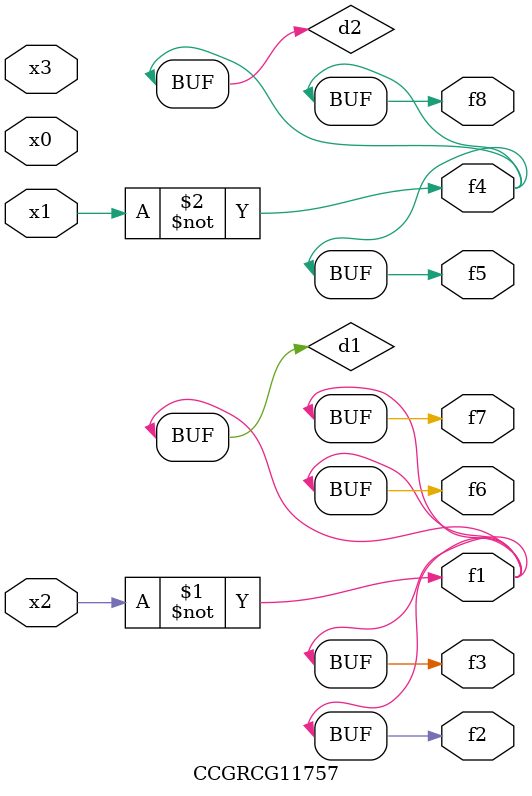
<source format=v>
module CCGRCG11757(
	input x0, x1, x2, x3,
	output f1, f2, f3, f4, f5, f6, f7, f8
);

	wire d1, d2;

	xnor (d1, x2);
	not (d2, x1);
	assign f1 = d1;
	assign f2 = d1;
	assign f3 = d1;
	assign f4 = d2;
	assign f5 = d2;
	assign f6 = d1;
	assign f7 = d1;
	assign f8 = d2;
endmodule

</source>
